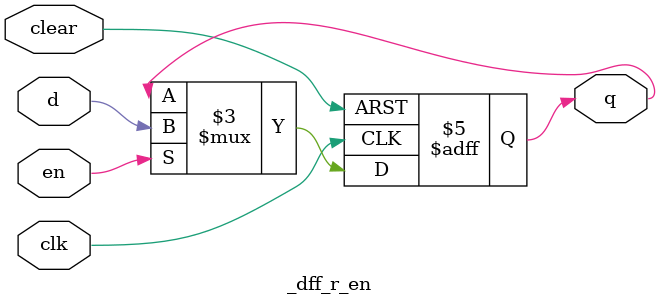
<source format=v>
module register8_r_en(clk, clear, d_in, d_out, en);																			//declare 8bit register resetable enable module
	input clk, clear, en;																												//set input
	input [7:0] d_in;																														//set input
	output [7:0] d_out;																													//set output
	
	_dff_r_en U0_dff_r_en(.clk(clk), .clear(clear), .en(en), .d(d_in[0]), .q(d_out[0]));			//instance d flip flop with resetable enable
	_dff_r_en U1_dff_r_en(.clk(clk), .clear(clear), .en(en), .d(d_in[1]), .q(d_out[1]));			//instance d flip flop with resetable enable
	_dff_r_en U2_dff_r_en(.clk(clk), .clear(clear), .en(en), .d(d_in[2]), .q(d_out[2]));			//instance d flip flop with resetable enable
	_dff_r_en U3_dff_r_en(.clk(clk), .clear(clear), .en(en), .d(d_in[3]), .q(d_out[3]));			//instance d flip flop with resetable enable
	_dff_r_en U4_dff_r_en(.clk(clk), .clear(clear), .en(en), .d(d_in[4]), .q(d_out[4]));			//instance d flip flop with resetable enable
	_dff_r_en U5_dff_r_en(.clk(clk), .clear(clear), .en(en), .d(d_in[5]), .q(d_out[5]));			//instance d flip flop with resetable enable
	_dff_r_en U6_dff_r_en(.clk(clk), .clear(clear), .en(en), .d(d_in[6]), .q(d_out[6]));			//instance d flip flop with resetable enable
	_dff_r_en U7_dff_r_en(.clk(clk), .clear(clear), .en(en), .d(d_in[7]), .q(d_out[7]));			//instance d flip flop with resetable enable
	
endmodule																																				//end


module _dff_r_en(clk, clear, en, d, q);												//declare d flip flop with resetable enable module
	input clk, clear, en, d;																//set input
	output reg q;																				//set output reg
	
	always@ (posedge clk or posedge clear)begin				//always clk is positive edge or reset_n is negetive edge
		if(clear)			q <= 1'b0;
		else if(en)			q <= d;															//else if en is not zero, q is d
		else					q <= q;															//else q is q
	end
endmodule																						//end
</source>
